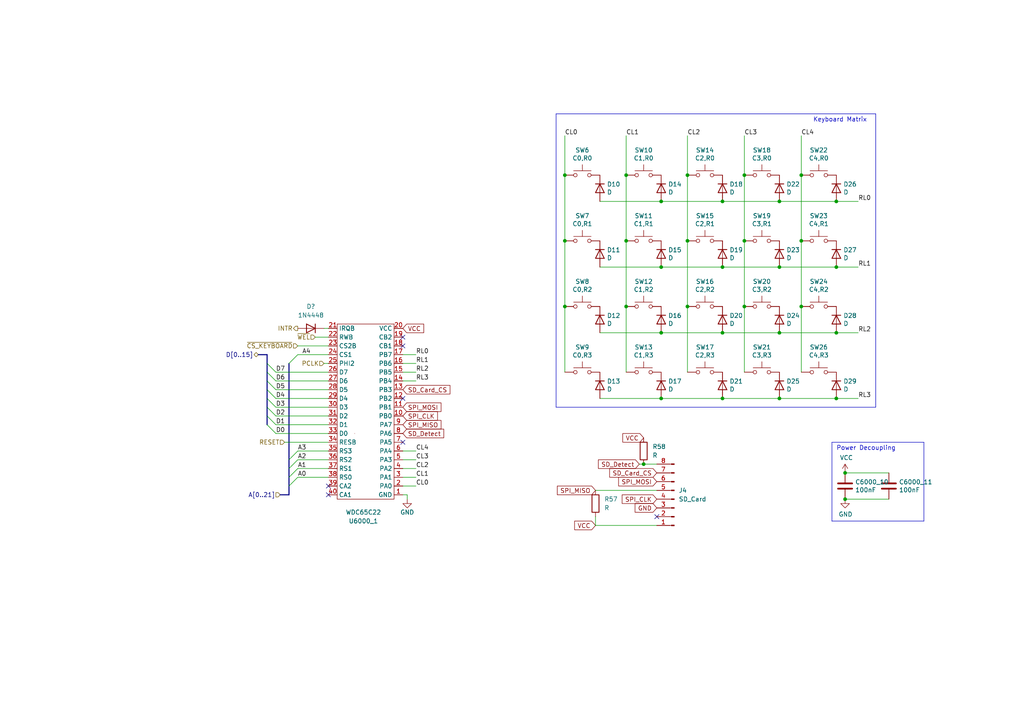
<source format=kicad_sch>
(kicad_sch (version 20250114) (generator "eeschema") (generator_version "9.0")
  (paper "A4")
  (lib_symbols
    (symbol "Alius:WDC65C22"
      (property "Reference" "U" (at 0 0 0))
      (property "Value" "WDC65C22" (at 0 -2.54 0))
      (symbol "WDC65C22_0_1"
        (rectangle (start -8.89 -6.35) (end 7.62 -57.15))
        (rectangle (start 2.54 -25.4) (end 2.54 -25.4))
      )
      (symbol "WDC65C22_1_1"
        (pin power_in line (at -11.43 -7.62 0) (length 2.54) (name "GND") (number "1"))
        (pin bidirectional line (at -11.43 -10.16 0) (length 2.54) (name "PA0") (number "2"))
        (pin bidirectional line (at -11.43 -12.7 0) (length 2.54) (name "PA1") (number "3"))
        (pin bidirectional line (at -11.43 -15.24 0) (length 2.54) (name "PA2") (number "4"))
        (pin bidirectional line (at -11.43 -17.78 0) (length 2.54) (name "PA3") (number "5"))
        (pin bidirectional line (at -11.43 -20.32 0) (length 2.54) (name "PA4") (number "6"))
        (pin bidirectional line (at -11.43 -22.86 0) (length 2.54) (name "PA5") (number "7"))
        (pin bidirectional line (at -11.43 -25.4 0) (length 2.54) (name "PA6") (number "8"))
        (pin bidirectional line (at -11.43 -27.94 0) (length 2.54) (name "PA7") (number "9"))
        (pin bidirectional line (at -11.43 -30.48 0) (length 2.54) (name "PB0") (number "10"))
        (pin bidirectional line (at -11.43 -33.02 0) (length 2.54) (name "PB1") (number "11"))
        (pin bidirectional line (at -11.43 -35.56 0) (length 2.54) (name "PB2") (number "12"))
        (pin bidirectional line (at -11.43 -38.1 0) (length 2.54) (name "PB3") (number "13"))
        (pin bidirectional line (at -11.43 -40.64 0) (length 2.54) (name "PB4") (number "14"))
        (pin bidirectional line (at -11.43 -43.18 0) (length 2.54) (name "PB5") (number "15"))
        (pin bidirectional line (at -11.43 -45.72 0) (length 2.54) (name "PB6") (number "16"))
        (pin bidirectional line (at -11.43 -48.26 0) (length 2.54) (name "PB7") (number "17"))
        (pin bidirectional line (at -11.43 -50.8 0) (length 2.54) (name "CB1") (number "18"))
        (pin bidirectional line (at -11.43 -53.34 0) (length 2.54) (name "CB2") (number "19"))
        (pin power_in line (at -11.43 -55.88 0) (length 2.54) (name "VCC") (number "20"))
        (pin bidirectional line (at 10.16 -7.62 180) (length 2.54) (name "CA1") (number "40"))
        (pin bidirectional line (at 10.16 -10.16 180) (length 2.54) (name "CA2") (number "39"))
        (pin input line (at 10.16 -12.7 180) (length 2.54) (name "RS0") (number "38"))
        (pin input line (at 10.16 -15.24 180) (length 2.54) (name "RS1") (number "37"))
        (pin input line (at 10.16 -17.78 180) (length 2.54) (name "RS2") (number "36"))
        (pin input line (at 10.16 -20.32 180) (length 2.54) (name "RS3") (number "35"))
        (pin input line (at 10.16 -22.86 180) (length 2.54) (name "RESB") (number "34"))
        (pin bidirectional line (at 10.16 -25.4 180) (length 2.54) (name "D0") (number "33"))
        (pin bidirectional line (at 10.16 -27.94 180) (length 2.54) (name "D1") (number "32"))
        (pin bidirectional line (at 10.16 -30.48 180) (length 2.54) (name "D2") (number "31"))
        (pin bidirectional line (at 10.16 -33.02 180) (length 2.54) (name "D3") (number "30"))
        (pin bidirectional line (at 10.16 -35.56 180) (length 2.54) (name "D4") (number "29"))
        (pin bidirectional line (at 10.16 -38.1 180) (length 2.54) (name "D5") (number "28"))
        (pin bidirectional line (at 10.16 -40.64 180) (length 2.54) (name "D6") (number "27"))
        (pin bidirectional line (at 10.16 -43.18 180) (length 2.54) (name "D7") (number "26"))
        (pin input line (at 10.16 -45.72 180) (length 2.54) (name "PHI2") (number "25"))
        (pin input line (at 10.16 -48.26 180) (length 2.54) (name "CS1") (number "24"))
        (pin input line (at 10.16 -50.8 180) (length 2.54) (name "CS2B") (number "23"))
        (pin input line (at 10.16 -53.34 180) (length 2.54) (name "RWB") (number "22"))
        (pin output line (at 10.16 -55.88 180) (length 2.54) (name "IRQB") (number "21"))
      )
    )
    (symbol "Connector:Conn_01x08_Pin" (pin_names (offset 1.016) (hide yes))
      (property "Reference" "J" (at 0 10.16 0))
      (property "Value" "Conn_01x08_Pin" (at 0 -12.7 0))
      (symbol "Conn_01x08_Pin_1_1"
        (rectangle (start 0.8636 7.747) (end 0 7.493) (stroke (width 0.1524)) (fill (type outline)))
        (rectangle (start 0.8636 5.207) (end 0 4.953) (stroke (width 0.1524)) (fill (type outline)))
        (rectangle (start 0.8636 2.667) (end 0 2.413) (stroke (width 0.1524)) (fill (type outline)))
        (rectangle (start 0.8636 0.127) (end 0 -0.127) (stroke (width 0.1524)) (fill (type outline)))
        (rectangle (start 0.8636 -2.413) (end 0 -2.667) (stroke (width 0.1524)) (fill (type outline)))
        (rectangle (start 0.8636 -4.953) (end 0 -5.207) (stroke (width 0.1524)) (fill (type outline)))
        (rectangle (start 0.8636 -7.493) (end 0 -7.747) (stroke (width 0.1524)) (fill (type outline)))
        (rectangle (start 0.8636 -10.033) (end 0 -10.287) (stroke (width 0.1524)) (fill (type outline)))
        (polyline (pts (xy 1.27 7.62) (xy 0.8636 7.62)) (stroke (width 0.1524)))
        (polyline (pts (xy 1.27 5.08) (xy 0.8636 5.08)) (stroke (width 0.1524)))
        (polyline (pts (xy 1.27 2.54) (xy 0.8636 2.54)) (stroke (width 0.1524)))
        (polyline (pts (xy 1.27 0) (xy 0.8636 0)) (stroke (width 0.1524)))
        (polyline (pts (xy 1.27 -2.54) (xy 0.8636 -2.54)) (stroke (width 0.1524)))
        (polyline (pts (xy 1.27 -5.08) (xy 0.8636 -5.08)) (stroke (width 0.1524)))
        (polyline (pts (xy 1.27 -7.62) (xy 0.8636 -7.62)) (stroke (width 0.1524)))
        (polyline (pts (xy 1.27 -10.16) (xy 0.8636 -10.16)) (stroke (width 0.1524)))
        (pin passive line (at 5.08 7.62 180) (length 3.81) (name "Pin_1") (number "1"))
        (pin passive line (at 5.08 5.08 180) (length 3.81) (name "Pin_2") (number "2"))
        (pin passive line (at 5.08 2.54 180) (length 3.81) (name "Pin_3") (number "3"))
        (pin passive line (at 5.08 0 180) (length 3.81) (name "Pin_4") (number "4"))
        (pin passive line (at 5.08 -2.54 180) (length 3.81) (name "Pin_5") (number "5"))
        (pin passive line (at 5.08 -5.08 180) (length 3.81) (name "Pin_6") (number "6"))
        (pin passive line (at 5.08 -7.62 180) (length 3.81) (name "Pin_7") (number "7"))
        (pin passive line (at 5.08 -10.16 180) (length 3.81) (name "Pin_8") (number "8"))
      )
    )
    (symbol "Device:C" (pin_numbers (hide yes)) (pin_names (offset 0.254))
      (property "Reference" "C" (at 0.635 2.54 0))
      (property "Value" "C" (at 0.635 -2.54 0))
      (symbol "C_0_1"
        (polyline (pts (xy -2.032 0.762) (xy 2.032 0.762)) (stroke (width 0.508)))
        (polyline (pts (xy -2.032 -0.762) (xy 2.032 -0.762)) (stroke (width 0.508)))
      )
      (symbol "C_1_1"
        (pin passive line (at 0 3.81 270) (length 2.794) (name "~") (number "1"))
        (pin passive line (at 0 -3.81 90) (length 2.794) (name "~") (number "2"))
      )
    )
    (symbol "Device:D" (pin_numbers (hide yes)) (pin_names (offset 1.016) (hide yes))
      (property "Reference" "D" (at 0 2.54 0))
      (property "Value" "D" (at 0 -2.54 0))
      (symbol "D_0_1"
        (polyline (pts (xy -1.27 1.27) (xy -1.27 -1.27)) (stroke (width 0.254)))
        (polyline (pts (xy 1.27 1.27) (xy 1.27 -1.27) (xy -1.27 0) (xy 1.27 1.27)) (stroke (width 0.254)))
        (polyline (pts (xy 1.27 0) (xy -1.27 0)))
      )
      (symbol "D_1_1"
        (pin passive line (at -3.81 0 0) (length 2.54) (name "K") (number "1"))
        (pin passive line (at 3.81 0 180) (length 2.54) (name "A") (number "2"))
      )
    )
    (symbol "Device:R" (pin_numbers (hide yes)) (pin_names (offset 0))
      (property "Reference" "R" (at 2.032 0 90))
      (property "Value" "R" (at 0 0 90))
      (symbol "R_0_1"
        (rectangle (start -1.016 -2.54) (end 1.016 2.54) (stroke (width 0.254)))
      )
      (symbol "R_1_1"
        (pin passive line (at 0 3.81 270) (length 1.27) (name "~") (number "1"))
        (pin passive line (at 0 -3.81 90) (length 1.27) (name "~") (number "2"))
      )
    )
    (symbol "Diode:1N4448" (pin_numbers (hide yes)) (pin_names (hide yes))
      (property "Reference" "D" (at 0 2.54 0))
      (property "Value" "1N4448" (at 0 -2.54 0))
      (symbol "1N4448_0_1"
        (polyline (pts (xy -1.27 1.27) (xy -1.27 -1.27)) (stroke (width 0.254)))
        (polyline (pts (xy 1.27 1.27) (xy 1.27 -1.27) (xy -1.27 0) (xy 1.27 1.27)) (stroke (width 0.254)))
        (polyline (pts (xy 1.27 0) (xy -1.27 0)))
      )
      (symbol "1N4448_1_1"
        (pin passive line (at -3.81 0 0) (length 2.54) (name "K") (number "1"))
        (pin passive line (at 3.81 0 180) (length 2.54) (name "A") (number "2"))
      )
    )
    (symbol "GND_4" (power) (pin_names (offset 0))
      (property "Value" "GND_4" (at 0 -3.81 0))
      (symbol "GND_4_0_1"
        (polyline (pts (xy 0 0) (xy 0 -1.27) (xy 1.27 -1.27) (xy 0 -2.54) (xy -1.27 -1.27) (xy 0 -1.27)))
      )
      (symbol "GND_4_1_1"
        (pin power_in line (at 0 0 270) (length 0) (hide yes) (name "GND") (number "1"))
      )
    )
    (symbol "Switch:SW_Push" (pin_numbers (hide yes)) (pin_names (offset 1.016) (hide yes))
      (property "Reference" "SW" (at 1.27 2.54 0))
      (property "Value" "SW_Push" (at 0 -1.524 0))
      (symbol "SW_Push_0_1"
        (circle (center -2.032 0) (radius 0.508))
        (polyline (pts (xy 0 1.27) (xy 0 3.048)))
        (circle (center 2.032 0) (radius 0.508))
        (polyline (pts (xy 2.54 1.27) (xy -2.54 1.27)))
        (pin passive line (at -5.08 0 0) (length 2.54) (name "1") (number "1"))
        (pin passive line (at 5.08 0 180) (length 2.54) (name "2") (number "2"))
      )
    )
    (symbol "power:GND" (power) (pin_names (offset 0))
      (property "Value" "GND" (at 0 -3.81 0))
      (symbol "GND_0_1"
        (polyline (pts (xy 0 0) (xy 0 -1.27) (xy 1.27 -1.27) (xy 0 -2.54) (xy -1.27 -1.27) (xy 0 -1.27)))
      )
      (symbol "GND_1_1"
        (pin power_in line (at 0 0 270) (length 0) (hide yes) (name "GND") (number "1"))
      )
    )
    (symbol "power:VCC" (power) (pin_names (offset 0))
      (property "Value" "VCC" (at 0 3.81 0))
      (symbol "VCC_0_1"
        (polyline (pts (xy -0.762 1.27) (xy 0 2.54)))
        (polyline (pts (xy 0 2.54) (xy 0.762 1.27)))
        (polyline (pts (xy 0 0) (xy 0 2.54)))
      )
      (symbol "VCC_1_1"
        (pin power_in line (at 0 0 90) (length 0) (hide yes) (name "VCC") (number "1"))
      )
    )
  )
  (text "Keyboard Matrix" (at 251.46 35.56 0) (effects (font (size 1.27 1.27)) (justify right bottom)))
  (text "Power Decoupling\n" (at 242.57 130.81 0) (effects (font (size 1.27 1.27)) (justify left bottom)))
  (junction (at 199.39 69.85))
  (junction (at 191.77 96.52))
  (junction (at 226.06 58.42))
  (junction (at 181.61 50.8))
  (junction (at 215.9 88.9))
  (junction (at 232.41 50.8))
  (junction (at 209.55 58.42))
  (junction (at 232.41 88.9))
  (junction (at 181.61 69.85))
  (junction (at 226.06 77.47))
  (junction (at 245.11 144.78))
  (junction (at 242.57 58.42))
  (junction (at 181.61 88.9))
  (junction (at 226.06 96.52))
  (junction (at 163.83 69.85))
  (junction (at 191.77 77.47))
  (junction (at 215.9 50.8))
  (junction (at 191.77 58.42))
  (junction (at 209.55 96.52))
  (junction (at 191.77 115.57))
  (junction (at 242.57 115.57))
  (junction (at 163.83 88.9))
  (junction (at 242.57 96.52))
  (junction (at 209.55 77.47))
  (junction (at 186.69 134.62))
  (junction (at 215.9 69.85))
  (junction (at 245.11 137.16))
  (junction (at 199.39 88.9))
  (junction (at 232.41 69.85))
  (junction (at 163.83 50.8))
  (junction (at 242.57 77.47))
  (junction (at 209.55 115.57))
  (junction (at 226.06 115.57))
  (junction (at 199.39 50.8))
  (no_connect (at 116.84 128.27))
  (no_connect (at 95.25 143.51))
  (no_connect (at 116.84 97.79))
  (no_connect (at 116.84 115.57))
  (no_connect (at 116.84 100.33))
  (no_connect (at 95.25 140.97))
  (no_connect (at 190.5 149.86))
  (bus_entry (at 83.82 105.41) (size 2.54 -2.54))
  (bus_entry (at 77.47 105.41) (size 2.54 2.54))
  (bus_entry (at 77.47 123.19) (size 2.54 2.54))
  (bus_entry (at 77.47 113.03) (size 2.54 2.54))
  (bus_entry (at 77.47 120.65) (size 2.54 2.54))
  (bus_entry (at 83.82 133.35) (size 2.54 -2.54))
  (bus_entry (at 77.47 115.57) (size 2.54 2.54))
  (bus_entry (at 83.82 135.89) (size 2.54 -2.54))
  (bus_entry (at 83.82 138.43) (size 2.54 -2.54))
  (bus_entry (at 77.47 118.11) (size 2.54 2.54))
  (bus_entry (at 83.82 140.97) (size 2.54 -2.54))
  (bus_entry (at 77.47 110.49) (size 2.54 2.54))
  (bus_entry (at 77.47 107.95) (size 2.54 2.54))
  (polyline (pts (xy 241.3 128.27) (xy 241.3 151.13)))
  (bus (pts (xy 83.82 135.89) (xy 83.82 138.43)))
  (wire (pts (xy 232.41 69.85) (xy 232.41 88.9)))
  (bus (pts (xy 83.82 140.97) (xy 83.82 143.51)))
  (wire (pts (xy 242.57 115.57) (xy 248.92 115.57)))
  (wire (pts (xy 257.81 137.16) (xy 245.11 137.16)))
  (wire (pts (xy 173.99 77.47) (xy 191.77 77.47)))
  (wire (pts (xy 191.77 96.52) (xy 209.55 96.52)))
  (wire (pts (xy 209.55 115.57) (xy 226.06 115.57)))
  (bus (pts (xy 83.82 143.51) (xy 81.28 143.51)))
  (wire (pts (xy 80.01 115.57) (xy 95.25 115.57)))
  (wire (pts (xy 199.39 88.9) (xy 199.39 107.95)))
  (wire (pts (xy 242.57 58.42) (xy 248.92 58.42)))
  (wire (pts (xy 86.36 102.87) (xy 95.25 102.87)))
  (polyline (pts (xy 241.3 128.27) (xy 267.97 128.27)))
  (wire (pts (xy 163.83 88.9) (xy 163.83 107.95)))
  (wire (pts (xy 215.9 50.8) (xy 215.9 69.85)))
  (wire (pts (xy 80.01 110.49) (xy 95.25 110.49)))
  (bus (pts (xy 83.82 105.41) (xy 83.82 133.35)))
  (wire (pts (xy 86.36 130.81) (xy 95.25 130.81)))
  (wire (pts (xy 163.83 69.85) (xy 163.83 88.9)))
  (bus (pts (xy 77.47 107.95) (xy 77.47 110.49)))
  (wire (pts (xy 232.41 88.9) (xy 232.41 107.95)))
  (wire (pts (xy 116.84 107.95) (xy 120.65 107.95)))
  (wire (pts (xy 116.84 138.43) (xy 120.65 138.43)))
  (wire (pts (xy 181.61 39.37) (xy 181.61 50.8)))
  (wire (pts (xy 181.61 107.95) (xy 181.61 88.9)))
  (wire (pts (xy 226.06 96.52) (xy 242.57 96.52)))
  (bus (pts (xy 77.47 113.03) (xy 77.47 115.57)))
  (wire (pts (xy 190.5 152.4) (xy 172.72 152.4)))
  (wire (pts (xy 116.84 133.35) (xy 120.65 133.35)))
  (wire (pts (xy 173.99 96.52) (xy 191.77 96.52)))
  (polyline (pts (xy 267.97 128.27) (xy 267.97 151.13)))
  (wire (pts (xy 209.55 96.52) (xy 226.06 96.52)))
  (wire (pts (xy 257.81 144.78) (xy 245.11 144.78)))
  (wire (pts (xy 80.01 118.11) (xy 95.25 118.11)))
  (wire (pts (xy 163.83 39.37) (xy 163.83 50.8)))
  (wire (pts (xy 86.36 100.33) (xy 95.25 100.33)))
  (wire (pts (xy 215.9 39.37) (xy 215.9 50.8)))
  (wire (pts (xy 82.55 128.27) (xy 95.25 128.27)))
  (wire (pts (xy 116.84 105.41) (xy 120.65 105.41)))
  (wire (pts (xy 80.01 113.03) (xy 95.25 113.03)))
  (wire (pts (xy 116.84 135.89) (xy 120.65 135.89)))
  (wire (pts (xy 190.5 134.62) (xy 186.69 134.62)))
  (bus (pts (xy 77.47 120.65) (xy 77.47 123.19)))
  (bus (pts (xy 77.47 118.11) (xy 77.47 120.65)))
  (bus (pts (xy 77.47 105.41) (xy 77.47 107.95)))
  (wire (pts (xy 199.39 69.85) (xy 199.39 88.9)))
  (wire (pts (xy 116.84 143.51) (xy 118.11 143.51)))
  (wire (pts (xy 190.5 142.24) (xy 172.72 142.24)))
  (bus (pts (xy 74.93 102.87) (xy 77.47 102.87)))
  (bus (pts (xy 77.47 102.87) (xy 77.47 105.41)))
  (wire (pts (xy 181.61 88.9) (xy 181.61 69.85)))
  (wire (pts (xy 80.01 125.73) (xy 95.25 125.73)))
  (polyline (pts (xy 161.29 118.11) (xy 161.29 33.02)))
  (wire (pts (xy 80.01 123.19) (xy 95.25 123.19)))
  (wire (pts (xy 118.11 143.51) (xy 118.11 144.78)))
  (wire (pts (xy 209.55 58.42) (xy 226.06 58.42)))
  (wire (pts (xy 242.57 96.52) (xy 248.92 96.52)))
  (wire (pts (xy 186.69 134.62) (xy 185.42 134.62)))
  (wire (pts (xy 226.06 115.57) (xy 242.57 115.57)))
  (wire (pts (xy 199.39 39.37) (xy 199.39 50.8)))
  (wire (pts (xy 232.41 50.8) (xy 232.41 69.85)))
  (wire (pts (xy 215.9 88.9) (xy 215.9 107.95)))
  (wire (pts (xy 80.01 107.95) (xy 95.25 107.95)))
  (wire (pts (xy 86.36 135.89) (xy 95.25 135.89)))
  (wire (pts (xy 226.06 77.47) (xy 242.57 77.47)))
  (wire (pts (xy 163.83 50.8) (xy 163.83 69.85)))
  (wire (pts (xy 173.99 58.42) (xy 191.77 58.42)))
  (wire (pts (xy 116.84 140.97) (xy 120.65 140.97)))
  (wire (pts (xy 116.84 130.81) (xy 120.65 130.81)))
  (wire (pts (xy 116.84 102.87) (xy 120.65 102.87)))
  (polyline (pts (xy 254 33.02) (xy 254 118.11)))
  (wire (pts (xy 172.72 149.86) (xy 172.72 152.4)))
  (wire (pts (xy 86.36 138.43) (xy 95.25 138.43)))
  (wire (pts (xy 86.36 133.35) (xy 95.25 133.35)))
  (wire (pts (xy 226.06 58.42) (xy 242.57 58.42)))
  (polyline (pts (xy 241.3 151.13) (xy 267.97 151.13)))
  (wire (pts (xy 95.25 95.25) (xy 93.98 95.25)))
  (wire (pts (xy 191.77 77.47) (xy 209.55 77.47)))
  (bus (pts (xy 83.82 133.35) (xy 83.82 135.89)))
  (wire (pts (xy 215.9 69.85) (xy 215.9 88.9)))
  (polyline (pts (xy 161.29 33.02) (xy 254 33.02)))
  (wire (pts (xy 95.25 105.41) (xy 93.98 105.41)))
  (wire (pts (xy 191.77 115.57) (xy 209.55 115.57)))
  (wire (pts (xy 242.57 77.47) (xy 248.92 77.47)))
  (wire (pts (xy 91.44 97.79) (xy 95.25 97.79)))
  (wire (pts (xy 80.01 120.65) (xy 95.25 120.65)))
  (polyline (pts (xy 254 118.11) (xy 161.29 118.11)))
  (wire (pts (xy 181.61 69.85) (xy 181.61 50.8)))
  (bus (pts (xy 83.82 138.43) (xy 83.82 140.97)))
  (bus (pts (xy 77.47 115.57) (xy 77.47 118.11)))
  (wire (pts (xy 191.77 58.42) (xy 209.55 58.42)))
  (wire (pts (xy 199.39 50.8) (xy 199.39 69.85)))
  (wire (pts (xy 173.99 115.57) (xy 191.77 115.57)))
  (bus (pts (xy 77.47 110.49) (xy 77.47 113.03)))
  (wire (pts (xy 232.41 39.37) (xy 232.41 50.8)))
  (wire (pts (xy 209.55 77.47) (xy 226.06 77.47)))
  (wire (pts (xy 116.84 110.49) (xy 120.65 110.49)))
  (label "RL1" (at 120.65 105.41 0))
  (label "RL2" (at 120.65 107.95 0))
  (label "CL3" (at 215.9 39.37 0))
  (label "RL0" (at 120.65 102.87 0))
  (label "D6" (at 80.01 110.49 0))
  (label "D3" (at 80.01 118.11 0))
  (label "CL2" (at 199.39 39.37 0))
  (label "A3" (at 86.36 130.81 0))
  (label "RL0" (at 248.92 58.42 0))
  (label "D0" (at 80.01 125.73 0))
  (label "CL0" (at 120.65 140.97 0))
  (label "CL2" (at 120.65 135.89 0))
  (label "CL4" (at 232.41 39.37 0))
  (label "A4" (at 87.63 102.87 0))
  (label "D7" (at 80.01 107.95 0))
  (label "D4" (at 80.01 115.57 0))
  (label "CL4" (at 120.65 130.81 0))
  (label "CL1" (at 181.61 39.37 0))
  (label "CL0" (at 163.83 39.37 0))
  (label "A2" (at 86.36 133.35 0))
  (label "RL2" (at 248.92 96.52 0))
  (label "D2" (at 80.01 120.65 0))
  (label "A0" (at 86.36 138.43 0))
  (label "D1" (at 80.01 123.19 0))
  (label "RL3" (at 120.65 110.49 0))
  (label "RL3" (at 248.92 115.57 0))
  (label "RL1" (at 248.92 77.47 0))
  (label "A1" (at 86.36 135.89 0))
  (label "CL3" (at 120.65 133.35 0))
  (label "D5" (at 80.01 113.03 0))
  (label "CL1" (at 120.65 138.43 0))
  (global_label "SPI_MISO" (shape input) (at 116.84 123.19 0) (property "Intersheetrefs" "${INTERSHEET_REFS}" (effects (hide yes))))
  (global_label "SD_Card_CS" (shape input) (at 190.5 137.16 180) (property "Intersheetrefs" "${INTERSHEET_REFS}" (effects (hide yes))))
  (global_label "SPI_MOSI" (shape input) (at 116.84 118.11 0) (property "Intersheetrefs" "${INTERSHEET_REFS}" (effects (hide yes))))
  (global_label "GND" (shape input) (at 190.5 147.32 180) (property "Intersheetrefs" "${INTERSHEET_REFS}" (effects (hide yes))))
  (global_label "SPI_CLK" (shape input) (at 116.84 120.65 0) (property "Intersheetrefs" "${INTERSHEET_REFS}" (effects (hide yes))))
  (global_label "SD_Detect" (shape input) (at 116.84 125.73 0) (property "Intersheetrefs" "${INTERSHEET_REFS}" (effects (hide yes))))
  (global_label "VCC" (shape input) (at 186.69 127 180) (property "Intersheetrefs" "${INTERSHEET_REFS}" (effects (hide yes))))
  (global_label "VCC" (shape input) (at 116.84 95.25 0) (property "Intersheetrefs" "${INTERSHEET_REFS}" (effects (hide yes))))
  (global_label "SPI_CLK" (shape input) (at 190.5 144.78 180) (property "Intersheetrefs" "${INTERSHEET_REFS}" (effects (hide yes))))
  (global_label "VCC" (shape input) (at 172.72 152.4 180) (property "Intersheetrefs" "${INTERSHEET_REFS}" (effects (hide yes))))
  (global_label "SPI_MOSI" (shape input) (at 190.5 139.7 180) (property "Intersheetrefs" "${INTERSHEET_REFS}" (effects (hide yes))))
  (global_label "SPI_MISO" (shape input) (at 172.72 142.24 180) (property "Intersheetrefs" "${INTERSHEET_REFS}" (effects (hide yes))))
  (global_label "SD_Detect" (shape input) (at 185.42 134.62 180) (property "Intersheetrefs" "${INTERSHEET_REFS}" (effects (hide yes))))
  (global_label "SD_Card_CS" (shape input) (at 116.84 113.03 0) (property "Intersheetrefs" "${INTERSHEET_REFS}" (effects (hide yes))))
  (hierarchical_label "A[0..21]" (shape input) (at 81.28 143.51 180))
  (hierarchical_label "~{WEL}" (shape input) (at 91.44 97.79 180))
  (hierarchical_label "INTR" (shape output) (at 86.36 95.25 180))
  (hierarchical_label "D[0..15]" (shape bidirectional) (at 74.93 102.87 180))
  (hierarchical_label "~{CS_KEYBOARD}" (shape input) (at 86.36 100.33 180))
  (hierarchical_label "PCLK" (shape input) (at 93.98 105.41 180))
  (hierarchical_label "RESET" (shape input) (at 82.55 128.27 180))
  (symbol (lib_id "Device:D") (at 226.06 54.61 270) (unit 1)
    (property "Reference" "D22" (at 228.092 53.4416 90) (effects (justify left)))
    (property "Value" "D" (at 228.092 55.753 90) (effects (justify left)))
    (property "Footprint" "Diode_THT:D_DO-35_SOD27_P7.62mm_Horizontal" (effects (hide yes)))
  )
  (symbol (lib_id "Device:C") (at 257.81 140.97 0) (unit 1)
    (property "Reference" "C6000_11" (at 260.731 139.8016 0) (effects (justify left)))
    (property "Value" "100nF" (at 260.731 142.113 0) (effects (justify left)))
    (property "Footprint" "Capacitor_THT:C_Rect_L4.0mm_W2.5mm_P2.50mm" (effects (hide yes)))
  )
  (symbol (lib_id "Switch:SW_Push") (at 168.91 69.85 0) (unit 1)
    (property "Reference" "SW7" (at 168.91 62.611 0))
    (property "Value" "C0,R1" (at 168.91 64.9224 0))
    (property "Footprint" "Button_Switch_Keyboard:SW_Cherry_MX_1.00u_PCB" (effects (hide yes)))
  )
  (symbol (lib_id "Switch:SW_Push") (at 237.49 88.9 0) (unit 1)
    (property "Reference" "SW24" (at 237.49 81.661 0))
    (property "Value" "C4,R2" (at 237.49 83.9724 0))
    (property "Footprint" "Button_Switch_Keyboard:SW_Cherry_MX_1.00u_PCB" (effects (hide yes)))
  )
  (symbol (lib_id "Diode:1N4448") (at 90.17 95.25 0) (mirror y) (unit 1)
    (property "Reference" "D?" (at 90.17 88.9 0))
    (property "Value" "1N4448" (at 90.17 91.44 0))
    (property "Footprint" "Diode_THT:D_DO-35_SOD27_P7.62mm_Horizontal" (effects (hide yes)))
    (property "Datasheet" "https://assets.nexperia.com/documents/data-sheet/1N4148_1N4448.pdf" (effects (hide yes)))
    (property "Description" "100V 0.15A High-speed standard diode, DO-35" (effects (hide yes)))
    (property "Sim.Device" "D" (effects (hide yes)))
    (property "Sim.Pins" "1=K 2=A" (effects (hide yes)))
  )
  (symbol (lib_id "Device:D") (at 209.55 73.66 270) (unit 1)
    (property "Reference" "D19" (at 211.582 72.4916 90) (effects (justify left)))
    (property "Value" "D" (at 211.582 74.803 90) (effects (justify left)))
    (property "Footprint" "Diode_THT:D_DO-35_SOD27_P7.62mm_Horizontal" (effects (hide yes)))
  )
  (symbol (lib_id "Device:D") (at 226.06 92.71 270) (unit 1)
    (property "Reference" "D24" (at 228.092 91.5416 90) (effects (justify left)))
    (property "Value" "D" (at 228.092 93.853 90) (effects (justify left)))
    (property "Footprint" "Diode_THT:D_DO-35_SOD27_P7.62mm_Horizontal" (effects (hide yes)))
  )
  (symbol (lib_id "Device:D") (at 209.55 111.76 270) (unit 1)
    (property "Reference" "D21" (at 211.582 110.5916 90) (effects (justify left)))
    (property "Value" "D" (at 211.582 112.903 90) (effects (justify left)))
    (property "Footprint" "Diode_THT:D_DO-35_SOD27_P7.62mm_Horizontal" (effects (hide yes)))
  )
  (symbol (lib_id "Device:D") (at 191.77 111.76 270) (unit 1)
    (property "Reference" "D17" (at 193.802 110.5916 90) (effects (justify left)))
    (property "Value" "D" (at 193.802 112.903 90) (effects (justify left)))
    (property "Footprint" "Diode_THT:D_DO-35_SOD27_P7.62mm_Horizontal" (effects (hide yes)))
  )
  (symbol (lib_id "Device:D") (at 242.57 111.76 270) (unit 1)
    (property "Reference" "D29" (at 244.602 110.5916 90) (effects (justify left)))
    (property "Value" "D" (at 244.602 112.903 90) (effects (justify left)))
    (property "Footprint" "Diode_THT:D_DO-35_SOD27_P7.62mm_Horizontal" (effects (hide yes)))
  )
  (symbol (lib_id "Device:D") (at 242.57 92.71 270) (unit 1)
    (property "Reference" "D28" (at 244.602 91.5416 90) (effects (justify left)))
    (property "Value" "D" (at 244.602 93.853 90) (effects (justify left)))
    (property "Footprint" "Diode_THT:D_DO-35_SOD27_P7.62mm_Horizontal" (effects (hide yes)))
  )
  (symbol (lib_id "Device:D") (at 173.99 73.66 270) (unit 1)
    (property "Reference" "D11" (at 176.022 72.4916 90) (effects (justify left)))
    (property "Value" "D" (at 176.022 74.803 90) (effects (justify left)))
    (property "Footprint" "Diode_THT:D_DO-35_SOD27_P7.62mm_Horizontal" (effects (hide yes)))
  )
  (symbol (lib_id "Switch:SW_Push") (at 186.69 50.8 0) (unit 1)
    (property "Reference" "SW10" (at 186.69 43.561 0))
    (property "Value" "C1,R0" (at 186.69 45.8724 0))
    (property "Footprint" "Button_Switch_Keyboard:SW_Cherry_MX_1.00u_PCB" (effects (hide yes)))
  )
  (symbol (lib_id "Switch:SW_Push") (at 220.98 88.9 0) (unit 1)
    (property "Reference" "SW20" (at 220.98 81.661 0))
    (property "Value" "C3,R2" (at 220.98 83.9724 0))
    (property "Footprint" "Button_Switch_Keyboard:SW_Cherry_MX_1.00u_PCB" (effects (hide yes)))
  )
  (symbol (lib_id "Switch:SW_Push") (at 220.98 50.8 0) (unit 1)
    (property "Reference" "SW18" (at 220.98 43.561 0))
    (property "Value" "C3,R0" (at 220.98 45.8724 0))
    (property "Footprint" "Button_Switch_Keyboard:SW_Cherry_MX_1.00u_PCB" (effects (hide yes)))
  )
  (symbol (lib_id "Device:D") (at 173.99 92.71 270) (unit 1)
    (property "Reference" "D12" (at 176.022 91.5416 90) (effects (justify left)))
    (property "Value" "D" (at 176.022 93.853 90) (effects (justify left)))
    (property "Footprint" "Diode_THT:D_DO-35_SOD27_P7.62mm_Horizontal" (effects (hide yes)))
  )
  (symbol (lib_id "Device:D") (at 191.77 73.66 270) (unit 1)
    (property "Reference" "D15" (at 193.802 72.4916 90) (effects (justify left)))
    (property "Value" "D" (at 193.802 74.803 90) (effects (justify left)))
    (property "Footprint" "Diode_THT:D_DO-35_SOD27_P7.62mm_Horizontal" (effects (hide yes)))
  )
  (symbol (lib_id "Device:D") (at 242.57 54.61 270) (unit 1)
    (property "Reference" "D26" (at 244.602 53.4416 90) (effects (justify left)))
    (property "Value" "D" (at 244.602 55.753 90) (effects (justify left)))
    (property "Footprint" "Diode_THT:D_DO-35_SOD27_P7.62mm_Horizontal" (effects (hide yes)))
  )
  (symbol (lib_id "Switch:SW_Push") (at 220.98 69.85 0) (unit 1)
    (property "Reference" "SW19" (at 220.98 62.611 0))
    (property "Value" "C3,R1" (at 220.98 64.9224 0))
    (property "Footprint" "Button_Switch_Keyboard:SW_Cherry_MX_1.00u_PCB" (effects (hide yes)))
  )
  (symbol (lib_id "Switch:SW_Push") (at 204.47 88.9 0) (unit 1)
    (property "Reference" "SW16" (at 204.47 81.661 0))
    (property "Value" "C2,R2" (at 204.47 83.9724 0))
    (property "Footprint" "Button_Switch_Keyboard:SW_Cherry_MX_1.00u_PCB" (effects (hide yes)))
  )
  (symbol (lib_id "Device:D") (at 191.77 54.61 270) (unit 1)
    (property "Reference" "D14" (at 193.802 53.4416 90) (effects (justify left)))
    (property "Value" "D" (at 193.802 55.753 90) (effects (justify left)))
    (property "Footprint" "Diode_THT:D_DO-35_SOD27_P7.62mm_Horizontal" (effects (hide yes)))
  )
  (symbol (lib_id "Device:D") (at 191.77 92.71 270) (unit 1)
    (property "Reference" "D16" (at 193.802 91.5416 90) (effects (justify left)))
    (property "Value" "D" (at 193.802 93.853 90) (effects (justify left)))
    (property "Footprint" "Diode_THT:D_DO-35_SOD27_P7.62mm_Horizontal" (effects (hide yes)))
  )
  (symbol (lib_id "Alius:WDC65C22") (at 105.41 151.13 180) (unit 1)
    (property "Reference" "U6000_1" (at 105.41 151.13 0))
    (property "Value" "WDC65C22" (at 105.41 148.59 0))
    (property "Footprint" "Alius_6502:40-pin-DIP" (effects (hide yes)))
  )
  (symbol (lib_id "Switch:SW_Push") (at 204.47 107.95 0) (unit 1)
    (property "Reference" "SW17" (at 204.47 100.711 0))
    (property "Value" "C2,R3" (at 204.47 103.0224 0))
    (property "Footprint" "Button_Switch_Keyboard:SW_Cherry_MX_1.00u_PCB" (effects (hide yes)))
  )
  (symbol (lib_name "GND_4") (lib_id "power:GND") (at 118.11 144.78 0) (unit 1)
    (property "Reference" "#PWR01" (effects (hide yes)))
    (property "Value" "GND" (at 118.11 148.59 0))
  )
  (symbol (lib_id "Device:R") (at 186.69 130.81 0) (unit 1)
    (property "Reference" "R58" (at 189.23 129.5399 0) (effects (justify left)))
    (property "Value" "R" (at 189.23 132.0799 0) (effects (justify left)))
    (property "Footprint" "Alius_6502:R_Axial_DIN0207_L6.3mm_D2.5mm_P10.16mm_Horizontal" (effects (hide yes)))
  )
  (symbol (lib_id "Device:D") (at 226.06 111.76 270) (unit 1)
    (property "Reference" "D25" (at 228.092 110.5916 90) (effects (justify left)))
    (property "Value" "D" (at 228.092 112.903 90) (effects (justify left)))
    (property "Footprint" "Diode_THT:D_DO-35_SOD27_P7.62mm_Horizontal" (effects (hide yes)))
  )
  (symbol (lib_id "Device:D") (at 173.99 111.76 270) (unit 1)
    (property "Reference" "D13" (at 176.022 110.5916 90) (effects (justify left)))
    (property "Value" "D" (at 176.022 112.903 90) (effects (justify left)))
    (property "Footprint" "Diode_THT:D_DO-35_SOD27_P7.62mm_Horizontal" (effects (hide yes)))
  )
  (symbol (lib_id "Switch:SW_Push") (at 220.98 107.95 0) (unit 1)
    (property "Reference" "SW21" (at 220.98 100.711 0))
    (property "Value" "C3,R3" (at 220.98 103.0224 0))
    (property "Footprint" "Button_Switch_Keyboard:SW_Cherry_MX_1.00u_PCB" (effects (hide yes)))
  )
  (symbol (lib_id "Switch:SW_Push") (at 168.91 107.95 0) (unit 1)
    (property "Reference" "SW9" (at 168.91 100.711 0))
    (property "Value" "C0,R3" (at 168.91 103.0224 0))
    (property "Footprint" "Button_Switch_Keyboard:SW_Cherry_MX_1.00u_PCB" (effects (hide yes)))
  )
  (symbol (lib_id "Device:R") (at 172.72 146.05 0) (unit 1)
    (property "Reference" "R57" (at 175.26 144.7799 0) (effects (justify left)))
    (property "Value" "R" (at 175.26 147.3199 0) (effects (justify left)))
    (property "Footprint" "Alius_6502:R_Axial_DIN0207_L6.3mm_D2.5mm_P10.16mm_Horizontal" (effects (hide yes)))
  )
  (symbol (lib_id "Device:C") (at 245.11 140.97 0) (unit 1)
    (property "Reference" "C6000_10" (at 248.031 139.8016 0) (effects (justify left)))
    (property "Value" "100nF" (at 248.031 142.113 0) (effects (justify left)))
    (property "Footprint" "Capacitor_THT:C_Rect_L4.0mm_W2.5mm_P2.50mm" (effects (hide yes)))
  )
  (symbol (lib_id "Connector:Conn_01x08_Pin") (at 195.58 144.78 180) (unit 1)
    (property "Reference" "J4" (at 196.85 142.24 0) (effects (justify right)))
    (property "Value" "SD_Card" (at 196.85 144.78 0) (effects (justify right)))
    (property "Footprint" "Alius_6502:SD_Card_Header" (effects (hide yes)))
  )
  (symbol (lib_id "Device:D") (at 173.99 54.61 270) (unit 1)
    (property "Reference" "D10" (at 176.022 53.4416 90) (effects (justify left)))
    (property "Value" "D" (at 176.022 55.753 90) (effects (justify left)))
    (property "Footprint" "Diode_THT:D_DO-35_SOD27_P7.62mm_Horizontal" (effects (hide yes)))
  )
  (symbol (lib_id "Switch:SW_Push") (at 168.91 88.9 0) (unit 1)
    (property "Reference" "SW8" (at 168.91 81.661 0))
    (property "Value" "C0,R2" (at 168.91 83.9724 0))
    (property "Footprint" "Button_Switch_Keyboard:SW_Cherry_MX_1.00u_PCB" (effects (hide yes)))
  )
  (symbol (lib_id "Switch:SW_Push") (at 186.69 88.9 0) (unit 1)
    (property "Reference" "SW12" (at 186.69 81.661 0))
    (property "Value" "C1,R2" (at 186.69 83.9724 0))
    (property "Footprint" "Button_Switch_Keyboard:SW_Cherry_MX_1.00u_PCB" (effects (hide yes)))
  )
  (symbol (lib_id "Switch:SW_Push") (at 204.47 50.8 0) (unit 1)
    (property "Reference" "SW14" (at 204.47 43.561 0))
    (property "Value" "C2,R0" (at 204.47 45.8724 0))
    (property "Footprint" "Button_Switch_Keyboard:SW_Cherry_MX_1.00u_PCB" (effects (hide yes)))
  )
  (symbol (lib_id "Device:D") (at 226.06 73.66 270) (unit 1)
    (property "Reference" "D23" (at 228.092 72.4916 90) (effects (justify left)))
    (property "Value" "D" (at 228.092 74.803 90) (effects (justify left)))
    (property "Footprint" "Diode_THT:D_DO-35_SOD27_P7.62mm_Horizontal" (effects (hide yes)))
  )
  (symbol (lib_id "power:GND") (at 245.11 144.78 0) (unit 1)
    (property "Reference" "#PWR038" (effects (hide yes)))
    (property "Value" "GND" (at 245.237 149.1742 0))
  )
  (symbol (lib_id "Switch:SW_Push") (at 237.49 107.95 0) (unit 1)
    (property "Reference" "SW26" (at 237.49 100.711 0))
    (property "Value" "C4,R3" (at 237.49 103.0224 0))
    (property "Footprint" "Button_Switch_Keyboard:SW_Cherry_MX_1.00u_PCB" (effects (hide yes)))
  )
  (symbol (lib_id "power:VCC") (at 245.11 137.16 0) (unit 1)
    (property "Reference" "#PWR037" (effects (hide yes)))
    (property "Value" "VCC" (at 245.491 132.7658 0))
  )
  (symbol (lib_id "Switch:SW_Push") (at 237.49 69.85 0) (unit 1)
    (property "Reference" "SW23" (at 237.49 62.611 0))
    (property "Value" "C4,R1" (at 237.49 64.9224 0))
    (property "Footprint" "Button_Switch_Keyboard:SW_Cherry_MX_1.00u_PCB" (effects (hide yes)))
  )
  (symbol (lib_id "Device:D") (at 209.55 92.71 270) (unit 1)
    (property "Reference" "D20" (at 211.582 91.5416 90) (effects (justify left)))
    (property "Value" "D" (at 211.582 93.853 90) (effects (justify left)))
    (property "Footprint" "Diode_THT:D_DO-35_SOD27_P7.62mm_Horizontal" (effects (hide yes)))
  )
  (symbol (lib_id "Device:D") (at 242.57 73.66 270) (unit 1)
    (property "Reference" "D27" (at 244.602 72.4916 90) (effects (justify left)))
    (property "Value" "D" (at 244.602 74.803 90) (effects (justify left)))
    (property "Footprint" "Diode_THT:D_DO-35_SOD27_P7.62mm_Horizontal" (effects (hide yes)))
  )
  (symbol (lib_id "Switch:SW_Push") (at 237.49 50.8 0) (unit 1)
    (property "Reference" "SW22" (at 237.49 43.561 0))
    (property "Value" "C4,R0" (at 237.49 45.8724 0))
    (property "Footprint" "Button_Switch_Keyboard:SW_Cherry_MX_1.00u_PCB" (effects (hide yes)))
  )
  (symbol (lib_id "Switch:SW_Push") (at 186.69 107.95 0) (unit 1)
    (property "Reference" "SW13" (at 186.69 100.711 0))
    (property "Value" "C1,R3" (at 186.69 103.0224 0))
    (property "Footprint" "Button_Switch_Keyboard:SW_Cherry_MX_1.00u_PCB" (effects (hide yes)))
  )
  (symbol (lib_id "Switch:SW_Push") (at 186.69 69.85 0) (unit 1)
    (property "Reference" "SW11" (at 186.69 62.611 0))
    (property "Value" "C1,R1" (at 186.69 64.9224 0))
    (property "Footprint" "Button_Switch_Keyboard:SW_Cherry_MX_1.00u_PCB" (effects (hide yes)))
  )
  (symbol (lib_id "Switch:SW_Push") (at 168.91 50.8 0) (unit 1)
    (property "Reference" "SW6" (at 168.91 43.561 0))
    (property "Value" "C0,R0" (at 168.91 45.8724 0))
    (property "Footprint" "Button_Switch_Keyboard:SW_Cherry_MX_1.00u_PCB" (effects (hide yes)))
  )
  (symbol (lib_id "Switch:SW_Push") (at 204.47 69.85 0) (unit 1)
    (property "Reference" "SW15" (at 204.47 62.611 0))
    (property "Value" "C2,R1" (at 204.47 64.9224 0))
    (property "Footprint" "Button_Switch_Keyboard:SW_Cherry_MX_1.00u_PCB" (effects (hide yes)))
  )
  (symbol (lib_id "Device:D") (at 209.55 54.61 270) (unit 1)
    (property "Reference" "D18" (at 211.582 53.4416 90) (effects (justify left)))
    (property "Value" "D" (at 211.582 55.753 90) (effects (justify left)))
    (property "Footprint" "Diode_THT:D_DO-35_SOD27_P7.62mm_Horizontal" (effects (hide yes)))
  )
)
</source>
